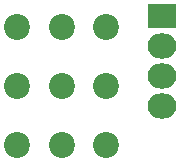
<source format=gbs>
G04 #@! TF.FileFunction,Soldermask,Bot*
%FSLAX46Y46*%
G04 Gerber Fmt 4.6, Leading zero omitted, Abs format (unit mm)*
G04 Created by KiCad (PCBNEW 4.0.4-1.fc24-product) date Thu Jun 14 15:20:10 2018*
%MOMM*%
%LPD*%
G01*
G04 APERTURE LIST*
%ADD10C,0.100000*%
%ADD11R,2.432000X2.127200*%
%ADD12O,2.432000X2.127200*%
%ADD13C,2.200000*%
G04 APERTURE END LIST*
D10*
D11*
X144500000Y-83600000D03*
D12*
X144500000Y-86140000D03*
X144500000Y-88680000D03*
X144500000Y-91220000D03*
D13*
X139750000Y-84500000D03*
X136000000Y-84500000D03*
X132250000Y-84500000D03*
X139750000Y-89500000D03*
X136000000Y-89500000D03*
X132250000Y-89500000D03*
X132250000Y-94500000D03*
X136000000Y-94500000D03*
X139750000Y-94500000D03*
M02*

</source>
